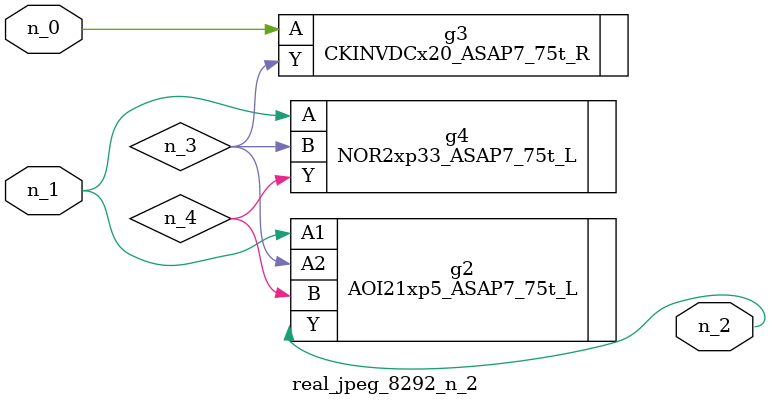
<source format=v>
module real_jpeg_8292_n_2 (n_1, n_0, n_2);

input n_1;
input n_0;

output n_2;

wire n_4;
wire n_3;

CKINVDCx20_ASAP7_75t_R g3 ( 
.A(n_0),
.Y(n_3)
);

AOI21xp5_ASAP7_75t_L g2 ( 
.A1(n_1),
.A2(n_3),
.B(n_4),
.Y(n_2)
);

NOR2xp33_ASAP7_75t_L g4 ( 
.A(n_1),
.B(n_3),
.Y(n_4)
);


endmodule
</source>
